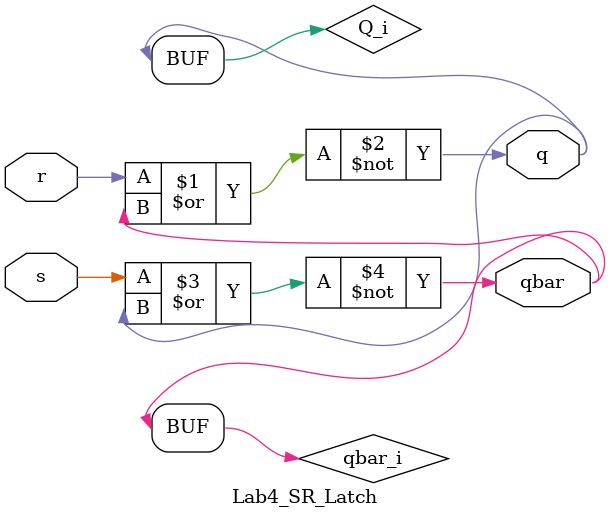
<source format=v>
`timescale 1ns / 1ps


module Lab4_SR_Latch(s,r,q,qbar);
    input s,r;
    output q, qbar;

    assign #2 Q_i = q;
    assign #2 qbar_i = qbar;
    assign #2 q = ~ (r | qbar);
    assign #2 qbar = ~ (s | q);
endmodule
</source>
